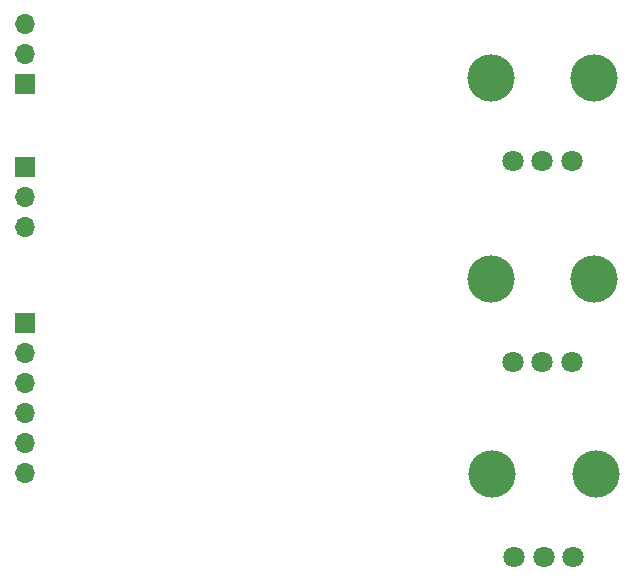
<source format=gbr>
%TF.GenerationSoftware,KiCad,Pcbnew,(6.0.11)*%
%TF.CreationDate,2023-01-31T16:53:48+00:00*%
%TF.ProjectId,Quilter,5175696c-7465-4722-9e6b-696361645f70,rev?*%
%TF.SameCoordinates,Original*%
%TF.FileFunction,Soldermask,Bot*%
%TF.FilePolarity,Negative*%
%FSLAX46Y46*%
G04 Gerber Fmt 4.6, Leading zero omitted, Abs format (unit mm)*
G04 Created by KiCad (PCBNEW (6.0.11)) date 2023-01-31 16:53:48*
%MOMM*%
%LPD*%
G01*
G04 APERTURE LIST*
%ADD10C,1.800000*%
%ADD11C,4.000000*%
%ADD12R,1.700000X1.700000*%
%ADD13O,1.700000X1.700000*%
G04 APERTURE END LIST*
D10*
%TO.C,FREQ_OFFSET1*%
X87300000Y-57500000D03*
X89800000Y-57500000D03*
X92300000Y-57500000D03*
D11*
X85400000Y-50500000D03*
X94200000Y-50500000D03*
%TD*%
D10*
%TO.C,Q_CTRL1*%
X87300000Y-74500000D03*
X89800000Y-74500000D03*
X92300000Y-74500000D03*
D11*
X85400000Y-67500000D03*
X94200000Y-67500000D03*
%TD*%
D10*
%TO.C,V_OCT1*%
X87400000Y-91000000D03*
X89900000Y-91000000D03*
X92400000Y-91000000D03*
D11*
X85500000Y-84000000D03*
X94300000Y-84000000D03*
%TD*%
D12*
%TO.C,J3*%
X46000000Y-51000000D03*
D13*
X46000000Y-48460000D03*
X46000000Y-45920000D03*
%TD*%
D12*
%TO.C,J2*%
X46000000Y-58000000D03*
D13*
X46000000Y-60540000D03*
X46000000Y-63080000D03*
%TD*%
D12*
%TO.C,J1*%
X46000000Y-71250000D03*
D13*
X46000000Y-73790000D03*
X46000000Y-76330000D03*
X46000000Y-78870000D03*
X46000000Y-81410000D03*
X46000000Y-83950000D03*
%TD*%
M02*

</source>
